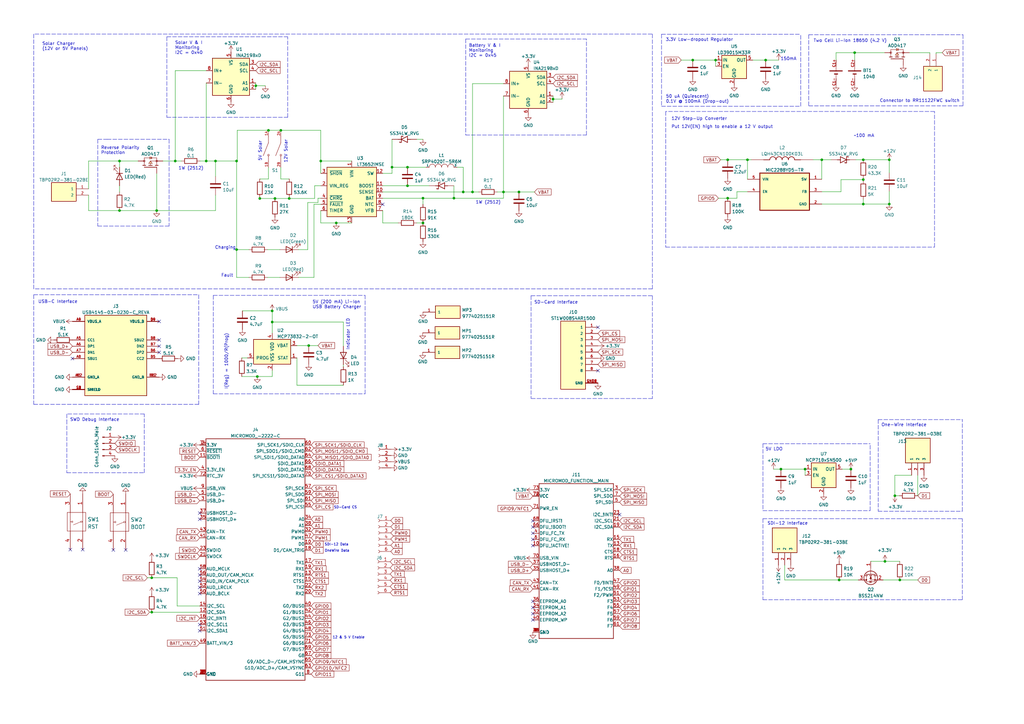
<source format=kicad_sch>
(kicad_sch (version 20211123) (generator eeschema)
  (paper "A3")
  (junction (at 320.294 192.405))
  (junction (at 84.582 66.04))
  (junction (at 362.966 230.251))
  (junction (at 62.23 251.079))
  (junction (at 88.392 66.04))
  (junction (at 173.482 91.44))
  (junction (at 364.744 83.693))
  (junction (at 369.062 237.871))
  (junction (at 49.022 66.04))
  (junction (at 348.996 192.405))
  (junction (at 110.109 53.467))
  (junction (at 104.902 35.179))
  (junction (at 126.619 141.732))
  (junction (at 226.822 40.64))
  (junction (at 186.182 81.28))
  (junction (at 71.882 66.04))
  (junction (at 105.537 154.432))
  (junction (at 160.782 68.58))
  (junction (at 298.45 81.28))
  (junction (at 173.482 81.28))
  (junction (at 284.1244 24.638))
  (junction (at 206.502 78.74))
  (junction (at 354.076 83.693))
  (junction (at 314.0202 24.638))
  (junction (at 212.852 78.74))
  (junction (at 111.633 127.508))
  (junction (at 167.132 76.2))
  (junction (at 354.076 73.66))
  (junction (at 115.189 53.467))
  (junction (at 364.744 65.532))
  (junction (at 62.23 236.982))
  (junction (at 189.992 78.74))
  (junction (at 298.45 65.532))
  (junction (at 112.776 81.407))
  (junction (at 367.03 203.327))
  (junction (at 330.2 192.405))
  (junction (at 111.633 132.08))
  (junction (at 337.058 65.532))
  (junction (at 354.076 65.532))
  (junction (at 306.578 65.532))
  (junction (at 97.028 102.362))
  (junction (at 344.17 237.871))
  (junction (at 350.52 21.59))
  (junction (at 49.022 86.36))
  (junction (at 137.922 91.44))
  (junction (at 293.497 24.638))
  (junction (at 167.132 68.58))
  (junction (at 118.618 81.407))
  (junction (at 106.553 81.407))
  (junction (at 193.802 78.74))
  (junction (at 97.028 66.04))
  (junction (at 131.572 66.04))
  (junction (at 64.262 86.36))
  (no_connect (at 245.237 152.019))
  (no_connect (at 245.237 134.239))
  (no_connect (at 29.718 147.066))
  (no_connect (at 65.278 139.446))
  (no_connect (at 65.278 144.526))
  (no_connect (at 65.278 141.986))
  (no_connect (at 65.278 131.826))
  (no_connect (at 33.909 225.425))
  (no_connect (at 81.915 243.459))
  (no_connect (at 81.915 238.379))
  (no_connect (at 81.915 233.299))
  (no_connect (at 81.915 240.919))
  (no_connect (at 81.915 235.839))
  (no_connect (at 46.482 225.552))
  (no_connect (at 28.829 225.425))
  (no_connect (at 81.915 212.979))
  (no_connect (at 81.915 210.439))
  (no_connect (at 156.972 83.82))
  (no_connect (at 218.567 246.634))
  (no_connect (at 218.567 254.254))
  (no_connect (at 218.567 249.174))
  (no_connect (at 218.567 251.714))
  (no_connect (at 218.567 223.774))
  (no_connect (at 218.567 218.694))
  (no_connect (at 218.567 213.614))
  (no_connect (at 254.127 211.074))
  (no_connect (at 218.567 216.154))
  (no_connect (at 218.567 221.234))
  (no_connect (at 51.562 225.552))
  (no_connect (at 81.915 256.159))
  (no_connect (at 81.915 258.699))
  (wire (pts (xy 131.572 53.467) (xy 131.572 66.04)))
  (wire (pts (xy 36.322 66.04) (xy 49.022 66.04)))
  (wire (pts (xy 66.802 66.04) (xy 71.882 66.04)))
  (wire (pts (xy 342.9 24.638) (xy 342.9 21.59)))
  (polyline (pts (xy 267.589 163.449) (xy 217.805 163.449)))
  (wire (pts (xy 156.972 86.36) (xy 156.972 91.44)))
  (wire (pts (xy 97.028 113.792) (xy 102.108 113.792)))
  (wire (pts (xy 226.822 39.37) (xy 226.822 40.64)))
  (wire (pts (xy 110.109 53.467) (xy 115.189 53.467)))
  (wire (pts (xy 111.633 132.08) (xy 111.633 136.652)))
  (polyline (pts (xy 191.008 55.372) (xy 240.538 55.372)))
  (wire (pts (xy 97.282 53.467) (xy 97.282 66.04)))
  (wire (pts (xy 337.058 65.532) (xy 337.058 73.533)))
  (wire (pts (xy 109.728 102.362) (xy 114.808 102.362)))
  (polyline (pts (xy 59.182 169.799) (xy 27.432 169.799)))
  (polyline (pts (xy 68.453 48.133) (xy 117.983 48.133)))
  (wire (pts (xy 193.802 34.29) (xy 206.502 34.29)))
  (wire (pts (xy 156.972 81.28) (xy 173.482 81.28)))
  (polyline (pts (xy 13.843 165.862) (xy 63.246 165.862)))
  (wire (pts (xy 130.429 81.28) (xy 131.572 81.28)))
  (polyline (pts (xy 394.716 245.999) (xy 394.716 212.725)))
  (polyline (pts (xy 40.132 57.15) (xy 40.132 92.71)))
  (wire (pts (xy 126.619 141.732) (xy 130.429 141.732)))
  (wire (pts (xy 308.737 24.638) (xy 314.0202 24.638)))
  (polyline (pts (xy 331.724 14.224) (xy 331.724 43.434)))
  (polyline (pts (xy 59.182 193.929) (xy 59.182 169.799)))
  (wire (pts (xy 131.572 53.467) (xy 115.189 53.467)))
  (polyline (pts (xy 217.805 121.285) (xy 217.805 163.449)))
  (wire (pts (xy 279.4 24.638) (xy 284.1244 24.638)))
  (wire (pts (xy 111.633 127.508) (xy 111.633 132.08)))
  (polyline (pts (xy 267.462 13.97) (xy 13.843 13.97)))
  (wire (pts (xy 115.189 68.707) (xy 115.189 73.406)))
  (wire (pts (xy 383.921 22.098) (xy 383.921 21.59)))
  (wire (pts (xy 167.132 68.58) (xy 174.752 68.58)))
  (polyline (pts (xy 312.928 181.991) (xy 356.87 181.991)))
  (wire (pts (xy 97.028 102.362) (xy 97.028 113.792)))
  (wire (pts (xy 170.942 91.44) (xy 173.482 91.44)))
  (wire (pts (xy 82.042 66.04) (xy 84.582 66.04)))
  (wire (pts (xy 64.262 71.12) (xy 64.262 86.36)))
  (wire (pts (xy 104.902 35.179) (xy 104.902 36.576)))
  (wire (pts (xy 156.972 91.44) (xy 163.322 91.44)))
  (polyline (pts (xy 331.724 43.434) (xy 385.318 43.434)))
  (polyline (pts (xy 331.724 14.224) (xy 385.318 14.224)))
  (wire (pts (xy 49.022 86.36) (xy 64.262 86.36)))
  (wire (pts (xy 72.644 236.982) (xy 72.644 248.539)))
  (wire (pts (xy 362.204 237.871) (xy 369.062 237.871)))
  (wire (pts (xy 99.187 154.432) (xy 105.537 154.432)))
  (polyline (pts (xy 81.534 120.904) (xy 81.534 165.862)))
  (wire (pts (xy 306.578 65.532) (xy 298.45 65.532)))
  (polyline (pts (xy 312.928 245.999) (xy 394.716 245.999)))
  (polyline (pts (xy 360.172 172.085) (xy 360.172 209.677)))
  (wire (pts (xy 367.03 203.327) (xy 368.808 203.327)))
  (wire (pts (xy 344.17 237.871) (xy 352.044 237.871)))
  (wire (pts (xy 71.882 66.04) (xy 74.422 66.04)))
  (wire (pts (xy 330.2 192.405) (xy 330.2 194.945)))
  (wire (pts (xy 118.618 81.407) (xy 129.032 81.407)))
  (wire (pts (xy 317.246 192.405) (xy 320.294 192.405)))
  (polyline (pts (xy 312.928 212.725) (xy 312.928 245.999)))
  (wire (pts (xy 97.282 53.467) (xy 110.109 53.467)))
  (wire (pts (xy 36.322 80.01) (xy 36.322 86.36)))
  (wire (pts (xy 354.076 73.66) (xy 354.076 74.168)))
  (wire (pts (xy 321.818 231.775) (xy 321.818 237.871)))
  (wire (pts (xy 126.238 83.058) (xy 130.429 83.058)))
  (polyline (pts (xy 394.97 43.434) (xy 385.318 43.434)))
  (wire (pts (xy 71.882 28.956) (xy 71.882 66.04)))
  (polyline (pts (xy 394.716 209.677) (xy 394.716 172.085)))
  (wire (pts (xy 128.778 83.82) (xy 128.778 113.792)))
  (wire (pts (xy 295.529 65.532) (xy 298.45 65.532)))
  (wire (pts (xy 122.428 102.362) (xy 126.238 102.362)))
  (polyline (pts (xy 81.534 165.862) (xy 63.246 165.862)))
  (wire (pts (xy 137.922 91.44) (xy 144.272 91.44)))
  (polyline (pts (xy 63.246 120.904) (xy 81.534 120.904)))
  (wire (pts (xy 230.505 40.64) (xy 230.505 40.386)))
  (wire (pts (xy 156.972 76.2) (xy 167.132 76.2)))
  (wire (pts (xy 226.822 40.64) (xy 226.822 41.91)))
  (wire (pts (xy 186.182 76.2) (xy 186.182 81.28)))
  (wire (pts (xy 344.932 78.613) (xy 344.932 73.66)))
  (polyline (pts (xy 117.983 48.133) (xy 117.983 15.113)))
  (polyline (pts (xy 312.928 181.991) (xy 312.928 209.423)))
  (wire (pts (xy 381.381 21.59) (xy 381.381 22.098)))
  (wire (pts (xy 61.341 251.079) (xy 62.23 251.079)))
  (wire (pts (xy 293.497 24.638) (xy 293.497 27.178)))
  (wire (pts (xy 105.537 154.432) (xy 111.633 154.432)))
  (wire (pts (xy 62.23 236.982) (xy 72.644 236.982)))
  (polyline (pts (xy 13.843 120.904) (xy 63.246 120.904)))
  (wire (pts (xy 71.882 28.956) (xy 84.582 28.956)))
  (polyline (pts (xy 13.843 118.491) (xy 13.843 105.41)))
  (wire (pts (xy 156.972 78.74) (xy 189.992 78.74)))
  (wire (pts (xy 131.572 91.44) (xy 137.922 91.44)))
  (wire (pts (xy 173.482 81.28) (xy 186.182 81.28)))
  (wire (pts (xy 206.502 78.74) (xy 212.852 78.74)))
  (wire (pts (xy 106.553 81.407) (xy 112.776 81.407)))
  (wire (pts (xy 345.44 192.405) (xy 348.996 192.405)))
  (wire (pts (xy 337.058 78.613) (xy 344.932 78.613)))
  (polyline (pts (xy 312.928 212.725) (xy 394.716 212.725)))
  (wire (pts (xy 36.322 77.47) (xy 36.322 66.04)))
  (polyline (pts (xy 191.008 16.002) (xy 191.008 55.372)))
  (polyline (pts (xy 27.432 169.799) (xy 27.432 172.339)))
  (wire (pts (xy 97.028 102.362) (xy 102.108 102.362)))
  (wire (pts (xy 126.238 83.058) (xy 126.238 102.362)))
  (wire (pts (xy 354.076 83.693) (xy 364.744 83.693)))
  (wire (pts (xy 193.802 34.29) (xy 193.802 78.74)))
  (wire (pts (xy 118.618 81.026) (xy 118.618 81.407)))
  (polyline (pts (xy 240.538 55.372) (xy 240.538 16.002)))
  (wire (pts (xy 170.942 57.15) (xy 173.482 57.15)))
  (polyline (pts (xy 267.589 13.97) (xy 267.589 105.537)))
  (wire (pts (xy 97.028 66.04) (xy 97.282 66.04)))
  (wire (pts (xy 121.793 146.812) (xy 121.793 157.988)))
  (wire (pts (xy 88.392 66.04) (xy 88.392 72.39)))
  (polyline (pts (xy 40.132 92.71) (xy 43.942 92.71)))
  (wire (pts (xy 131.572 66.04) (xy 131.572 71.12)))
  (wire (pts (xy 140.843 149.606) (xy 140.843 150.368)))
  (wire (pts (xy 122.428 113.792) (xy 128.778 113.792)))
  (wire (pts (xy 344.932 73.66) (xy 354.076 73.66)))
  (wire (pts (xy 364.744 78.486) (xy 364.744 83.693)))
  (wire (pts (xy 84.582 34.036) (xy 84.582 66.04)))
  (polyline (pts (xy 271.3228 14.0716) (xy 328.422 14.0716)))
  (wire (pts (xy 376.428 194.945) (xy 376.428 203.327)))
  (wire (pts (xy 314.0202 24.638) (xy 319.3796 24.638)))
  (wire (pts (xy 129.032 76.2) (xy 131.572 76.2)))
  (wire (pts (xy 350.52 21.59) (xy 362.839 21.59)))
  (wire (pts (xy 203.962 78.74) (xy 206.502 78.74)))
  (polyline (pts (xy 267.589 118.491) (xy 13.843 118.491)))
  (wire (pts (xy 99.441 127.508) (xy 111.633 127.508)))
  (wire (pts (xy 88.392 86.36) (xy 88.392 80.01)))
  (wire (pts (xy 333.502 65.532) (xy 337.058 65.532)))
  (wire (pts (xy 337.058 83.693) (xy 354.076 83.693)))
  (polyline (pts (xy 13.843 120.904) (xy 13.843 165.862)))
  (polyline (pts (xy 40.132 57.15) (xy 43.942 57.15)))
  (polyline (pts (xy 69.342 92.71) (xy 43.942 92.71)))
  (polyline (pts (xy 27.432 193.929) (xy 59.182 193.929)))
  (wire (pts (xy 64.262 86.36) (xy 88.392 86.36)))
  (polyline (pts (xy 149.733 161.544) (xy 149.733 121.158)))
  (wire (pts (xy 306.578 65.532) (xy 308.102 65.532)))
  (wire (pts (xy 294.64 81.28) (xy 298.45 81.28)))
  (wire (pts (xy 206.502 39.37) (xy 206.502 78.74)))
  (wire (pts (xy 189.992 78.74) (xy 193.802 78.74)))
  (wire (pts (xy 121.793 141.732) (xy 126.619 141.732)))
  (wire (pts (xy 131.572 86.36) (xy 131.572 91.44)))
  (wire (pts (xy 306.578 73.533) (xy 306.578 65.532)))
  (wire (pts (xy 354.076 81.788) (xy 354.076 83.693)))
  (wire (pts (xy 60.452 236.982) (xy 62.23 236.982)))
  (wire (pts (xy 298.45 81.28) (xy 302.26 81.28)))
  (wire (pts (xy 156.972 71.12) (xy 160.782 71.12)))
  (polyline (pts (xy 87.503 121.158) (xy 149.733 121.158)))
  (polyline (pts (xy 267.589 105.41) (xy 267.589 118.491)))
  (polyline (pts (xy 68.453 15.113) (xy 68.453 48.133)))
  (polyline (pts (xy 385.318 14.224) (xy 394.97 14.224)))
  (wire (pts (xy 104.902 34.036) (xy 104.902 35.179)))
  (polyline (pts (xy 191.008 16.002) (xy 240.538 16.002)))
  (polyline (pts (xy 217.805 121.285) (xy 267.589 121.285)))
  (wire (pts (xy 121.793 157.988) (xy 140.843 157.988)))
  (wire (pts (xy 372.999 21.59) (xy 381.381 21.59)))
  (wire (pts (xy 62.23 251.079) (xy 81.915 251.079)))
  (wire (pts (xy 99.187 146.812) (xy 101.473 146.812)))
  (wire (pts (xy 72.644 248.539) (xy 81.915 248.539)))
  (wire (pts (xy 97.028 66.04) (xy 97.028 102.362)))
  (wire (pts (xy 226.822 40.64) (xy 230.505 40.64)))
  (wire (pts (xy 49.022 66.04) (xy 56.642 66.04)))
  (wire (pts (xy 187.452 68.58) (xy 189.992 68.58)))
  (wire (pts (xy 129.032 81.407) (xy 129.032 76.2)))
  (polyline (pts (xy 328.422 43.5864) (xy 328.422 14.0716)))
  (wire (pts (xy 109.728 113.792) (xy 114.808 113.792)))
  (polyline (pts (xy 394.97 14.224) (xy 394.97 43.434)))
  (polyline (pts (xy 27.432 172.339) (xy 27.432 193.929)))
  (polyline (pts (xy 69.342 57.15) (xy 69.342 92.71)))
  (wire (pts (xy 364.744 65.532) (xy 364.744 70.866)))
  (wire (pts (xy 354.076 73.66) (xy 354.076 73.152)))
  (wire (pts (xy 350.52 21.59) (xy 350.52 24.638)))
  (wire (pts (xy 36.322 86.36) (xy 49.022 86.36)))
  (polyline (pts (xy 312.928 209.423) (xy 356.87 209.423)))
  (polyline (pts (xy 360.172 172.085) (xy 394.716 172.085)))
  (wire (pts (xy 84.582 66.04) (xy 88.392 66.04)))
  (polyline (pts (xy 383.286 45.72) (xy 273.05 45.72)))
  (polyline (pts (xy 383.286 101.346) (xy 383.286 45.72)))
  (wire (pts (xy 189.992 68.58) (xy 189.992 78.74)))
  (polyline (pts (xy 271.3228 43.5864) (xy 328.422 43.5864)))
  (polyline (pts (xy 13.843 13.97) (xy 13.843 105.537)))
  (wire (pts (xy 111.633 132.08) (xy 140.843 132.08)))
  (wire (pts (xy 167.132 76.2) (xy 176.022 76.2)))
  (polyline (pts (xy 87.503 121.158) (xy 87.503 161.544)))
  (polyline (pts (xy 360.172 209.677) (xy 394.716 209.677)))
  (wire (pts (xy 367.03 194.945) (xy 373.888 194.945)))
  (wire (pts (xy 128.778 83.82) (xy 131.572 83.82)))
  (wire (pts (xy 49.022 66.04) (xy 49.022 68.58)))
  (wire (pts (xy 160.782 71.12) (xy 160.782 68.58)))
  (polyline (pts (xy 43.942 57.15) (xy 69.342 57.15)))
  (wire (pts (xy 383.921 21.59) (xy 386.461 21.59)))
  (wire (pts (xy 342.9 21.59) (xy 350.52 21.59)))
  (wire (pts (xy 321.818 237.871) (xy 344.17 237.871)))
  (polyline (pts (xy 271.3228 14.0462) (xy 271.3228 43.5864)))
  (polyline (pts (xy 273.05 45.72) (xy 273.05 101.346)))
  (wire (pts (xy 88.392 66.04) (xy 97.028 66.04)))
  (polyline (pts (xy 273.05 101.346) (xy 383.286 101.346)))
  (wire (pts (xy 357.124 230.251) (xy 362.966 230.251)))
  (wire (pts (xy 115.189 73.406) (xy 118.618 73.406)))
  (wire (pts (xy 362.966 230.251) (xy 369.062 230.251)))
  (wire (pts (xy 160.782 57.15) (xy 160.782 68.58)))
  (wire (pts (xy 186.182 81.28) (xy 206.502 81.28)))
  (wire (pts (xy 131.572 66.04) (xy 144.272 66.04)))
  (wire (pts (xy 140.843 141.986) (xy 140.843 132.08)))
  (wire (pts (xy 284.1244 24.638) (xy 293.497 24.638)))
  (wire (pts (xy 106.553 73.406) (xy 110.109 73.406)))
  (wire (pts (xy 130.429 83.058) (xy 130.429 81.28)))
  (wire (pts (xy 369.062 237.871) (xy 376.428 237.871)))
  (wire (pts (xy 212.852 78.74) (xy 219.202 78.74)))
  (wire (pts (xy 173.482 81.28) (xy 173.482 83.82)))
  (wire (pts (xy 104.902 35.179) (xy 108.839 35.179)))
  (polyline (pts (xy 267.589 121.285) (xy 267.589 163.449)))
  (wire (pts (xy 206.502 81.28) (xy 206.502 78.74)))
  (wire (pts (xy 337.058 65.532) (xy 340.868 65.532)))
  (wire (pts (xy 302.26 81.28) (xy 302.26 78.613)))
  (wire (pts (xy 193.802 78.74) (xy 196.342 78.74)))
  (wire (pts (xy 110.109 73.406) (xy 110.109 68.707)))
  (wire (pts (xy 320.294 192.405) (xy 330.2 192.405)))
  (wire (pts (xy 112.776 81.407) (xy 118.618 81.407)))
  (wire (pts (xy 302.26 78.613) (xy 306.578 78.613)))
  (wire (pts (xy 111.633 154.432) (xy 111.633 151.892)))
  (wire (pts (xy 49.022 76.2) (xy 49.022 78.74)))
  (polyline (pts (xy 87.503 161.544) (xy 149.733 161.544)))
  (wire (pts (xy 354.076 65.532) (xy 364.744 65.532)))
  (wire (pts (xy 160.782 68.58) (xy 167.132 68.58)))
  (wire (pts (xy 367.03 203.327) (xy 367.03 194.945)))
  (wire (pts (xy 106.553 81.407) (xy 106.553 81.661)))
  (wire (pts (xy 106.553 81.026) (xy 106.553 81.407)))
  (polyline (pts (xy 68.453 15.113) (xy 117.983 15.113)))
  (wire (pts (xy 351.028 65.532) (xy 354.076 65.532)))
  (polyline (pts (xy 356.87 209.423) (xy 356.87 181.991)))
  (text "12V Step-Up Converter" (at 275.336 49.53 0) (effects (font (size 1.27 1.27)) (justify left bottom)))
  (text "SWD Debug Interface" (at 28.702 172.974 0) (effects (font (size 1.27 1.27)) (justify left bottom)))
  (text "Fault" (at 90.678 113.792 0) (effects (font (size 1.27 1.27)) (justify left bottom)))
  (text "OneWire Data" (at 133.096 226.568 0) (effects (font (size 1 1)) (justify left bottom)))
  (text "1W (2512)" (at 73.152 69.85 0) (effects (font (size 1.27 1.27)) (justify left bottom)))
  (text "Put 12V(EN) high to enable a 12 V output" (at 275.336 52.832 0) (effects (font (size 1.27 1.27)) (justify left bottom)))
  (text "12V Solar" (at 117.983 66.929 90) (effects (font (size 1.27 1.27)) (justify left bottom)))
  (text "50 uA (Quiescent)\n0.1V @ 100mA (Drop-out)" (at 273.0754 42.4688 0) (effects (font (size 1.27 1.27)) (justify left bottom)))
  (text "Solar Charger\n(12V or 5V Panels)" (at 17.272 20.828 0) (effects (font (size 1.27 1.27)) (justify left bottom)))
  (text "Indicator LED" (at 143.51 143.637 90) (effects (font (size 1.27 1.27)) (justify left bottom)))
  (text "Battery V & I\nMonitoring\nI2C = 0x45" (at 192.278 23.622 0) (effects (font (size 1.27 1.27)) (justify left bottom)))
  (text "Solar V & I\nMonitoring\nI2C = 0x40" (at 71.755 22.479 0) (effects (font (size 1.27 1.27)) (justify left bottom)))
  (text "SDI-12 Data" (at 133.096 224.028 0) (effects (font (size 1 1)) (justify left bottom)))
  (text "Connector to RR11122FWC switch" (at 360.807 42.164 0) (effects (font (size 1.27 1.27)) (justify left bottom)))
  (text "5V Solar" (at 107.442 66.167 90) (effects (font (size 1.27 1.27)) (justify left bottom)))
  (text "5V LDO" (at 313.944 185.039 0) (effects (font (size 1.27 1.27)) (justify left bottom)))
  (text "5V (200 mA) Li-Ion \nUSB Battery Charger" (at 128.143 126.746 0) (effects (font (size 1.27 1.27)) (justify left bottom)))
  (text "SD-Card Interface" (at 219.075 124.841 0) (effects (font (size 1.27 1.27)) (justify left bottom)))
  (text "I(Reg) = 1000/R(Prog)" (at 93.599 159.766 90) (effects (font (size 1.27 1.27)) (justify left bottom)))
  (text "1W (2512)" (at 195.072 83.82 0) (effects (font (size 1.27 1.27)) (justify left bottom)))
  (text "~100 mA" (at 350.139 56.515 0) (effects (font (size 1.27 1.27)) (justify left bottom)))
  (text "SDI-12 Interface" (at 314.706 215.519 0) (effects (font (size 1.27 1.27)) (justify left bottom)))
  (text "150mA" (at 320.1162 24.9936 0) (effects (font (size 1.27 1.27)) (justify left bottom)))
  (text "Charging" (at 88.138 102.362 0) (effects (font (size 1.27 1.27)) (justify left bottom)))
  (text "12 & 5 V Enable" (at 136.398 262.128 0) (effects (font (size 1 1)) (justify left bottom)))
  (text "SD-Card CS" (at 136.906 208.788 0) (effects (font (size 1 1)) (justify left bottom)))
  (text "USB-C Interface" (at 15.621 124.587 0) (effects (font (size 1.27 1.27)) (justify left bottom)))
  (text "Reverse Polarity\nProtection" (at 41.402 63.5 0) (effects (font (size 1.27 1.27)) (justify left bottom)))
  (text "Two Cell Li-Ion 18650 (4.2 V)" (at 333.629 17.526 0) (effects (font (size 1.27 1.27)) (justify left bottom)))
  (text "One-Wire Interface" (at 361.442 175.133 0) (effects (font (size 1.27 1.27)) (justify left bottom)))
  (text "3.3V Low-dropout Regulator" (at 272.9738 17.0942 0) (effects (font (size 1.27 1.27)) (justify left bottom)))
  (global_label "GPIO2" (shape input) (at 127.635 253.619 0) (property "Intersheet References" "${INTERSHEET_REFS}" (effects hide)))
  (global_label "PWM1" (shape input) (at 127.635 220.599 0) (property "Intersheet References" "${INTERSHEET_REFS}" (effects hide)))
  (global_label "RX1" (shape input) (at 254.127 223.774 0) (property "Intersheet References" "${INTERSHEET_REFS}" (effects hide)))
  (global_label "VBAT" (shape input) (at 279.4 24.638 180) (property "Intersheet References" "${INTERSHEET_REFS}" (effects hide)))
  (global_label "SWDIO" (shape input) (at 81.915 225.679 180) (property "Intersheet References" "${INTERSHEET_REFS}" (effects hide)))
  (global_label "GPIO5" (shape input) (at 294.64 81.28 180) (property "Intersheet References" "${INTERSHEET_REFS}" (effects hide)))
  (global_label "PWM0" (shape input) (at 127.635 218.059 0) (property "Intersheet References" "${INTERSHEET_REFS}" (effects hide)))
  (global_label "RESET" (shape input) (at 28.829 202.565 180) (property "Intersheet References" "${INTERSHEET_REFS}" (effects hide)))
  (global_label "CAN_TX" (shape input) (at 81.915 218.059 180) (property "Intersheet References" "${INTERSHEET_REFS}" (effects hide)))
  (global_label "GPIO6" (shape input) (at 127.635 263.779 0) (property "Intersheet References" "${INTERSHEET_REFS}" (effects hide)))
  (global_label "GPIO4" (shape input) (at 127.635 258.699 0) (property "Intersheet References" "${INTERSHEET_REFS}" (effects hide)))
  (global_label "A0" (shape input) (at 254.127 233.934 0) (property "Intersheet References" "${INTERSHEET_REFS}" (effects hide)))
  (global_label "VBAT" (shape input) (at 130.429 141.732 0) (property "Intersheet References" "${INTERSHEET_REFS}" (effects hide)))
  (global_label "GPIO7" (shape input) (at 254.127 254.254 0) (property "Intersheet References" "${INTERSHEET_REFS}" (effects hide)))
  (global_label "SPI_MISO1{slash}SDIO_DATA0" (shape input) (at 127.635 187.579 0) (property "Intersheet References" "${INTERSHEET_REFS}" (effects hide)))
  (global_label "D1" (shape input) (at 376.428 203.327 0) (property "Intersheet References" "${INTERSHEET_REFS}" (effects hide)))
  (global_label "GPIO11" (shape input) (at 127.635 276.479 0) (property "Intersheet References" "${INTERSHEET_REFS}" (effects hide)))
  (global_label "SPI_MISO" (shape input) (at 254.127 205.994 0) (property "Intersheet References" "${INTERSHEET_REFS}" (effects hide)))
  (global_label "I2C_SDA" (shape input) (at 61.341 251.079 180) (property "Intersheet References" "${INTERSHEET_REFS}" (effects hide)))
  (global_label "GPIO9{slash}NFC1" (shape input) (at 218.567 208.534 180) (property "Intersheet References" "${INTERSHEET_REFS}" (effects hide)))
  (global_label "CTS1" (shape input) (at 254.127 226.314 0) (property "Intersheet References" "${INTERSHEET_REFS}" (effects hide)))
  (global_label "USB_D-" (shape input) (at 81.915 202.819 180) (property "Intersheet References" "${INTERSHEET_REFS}" (effects hide)))
  (global_label "A0" (shape input) (at 160.274 226.187 0) (property "Intersheet References" "${INTERSHEET_REFS}" (effects hide)))
  (global_label "GPIO1" (shape input) (at 127.635 251.079 0) (property "Intersheet References" "${INTERSHEET_REFS}" (effects hide)))
  (global_label "I2C_SCL" (shape input) (at 60.452 236.982 180) (property "Intersheet References" "${INTERSHEET_REFS}" (effects hide)))
  (global_label "CAN_RX" (shape input) (at 81.915 220.599 180) (property "Intersheet References" "${INTERSHEET_REFS}" (effects hide)))
  (global_label "SPI_MOSI" (shape input) (at 254.127 203.454 0) (property "Intersheet References" "${INTERSHEET_REFS}" (effects hide)))
  (global_label "SDIO_DATA1" (shape input) (at 127.635 190.119 0) (property "Intersheet References" "${INTERSHEET_REFS}" (effects hide)))
  (global_label "3.3V_EN" (shape input) (at 81.915 192.659 180) (property "Intersheet References" "${INTERSHEET_REFS}" (effects hide)))
  (global_label "SPI_SCK" (shape input) (at 127.635 200.279 0) (property "Intersheet References" "${INTERSHEET_REFS}" (effects hide)))
  (global_label "GPIO3" (shape input) (at 254.127 246.634 0) (property "Intersheet References" "${INTERSHEET_REFS}" (effects hide)))
  (global_label "PWM0" (shape input) (at 160.274 218.567 0) (property "Intersheet References" "${INTERSHEET_REFS}" (effects hide)))
  (global_label "I2C_SCL" (shape input) (at 254.127 213.614 0) (property "Intersheet References" "${INTERSHEET_REFS}" (effects hide)))
  (global_label "VBAT" (shape input) (at 295.529 65.532 180) (property "Intersheet References" "${INTERSHEET_REFS}" (effects hide)))
  (global_label "RESET" (shape input) (at 81.915 185.039 180) (property "Intersheet References" "${INTERSHEET_REFS}" (effects hide)))
  (global_label "SDIO_DATA2" (shape input) (at 127.635 192.659 0) (property "Intersheet References" "${INTERSHEET_REFS}" (effects hide)))
  (global_label "RTS1" (shape input) (at 160.02 243.078 0) (property "Intersheet References" "${INTERSHEET_REFS}" (effects hide)))
  (global_label "I2C_INT" (shape input) (at 81.915 253.619 180) (property "Intersheet References" "${INTERSHEET_REFS}" (effects hide)))
  (global_label "I2C_SDA" (shape input) (at 226.822 31.75 0) (property "Intersheet References" "${INTERSHEET_REFS}" (effects hide)))
  (global_label "CTS1" (shape input) (at 160.02 240.538 0) (property "Intersheet References" "${INTERSHEET_REFS}" (effects hide)))
  (global_label "RX2" (shape input) (at 127.635 240.919 0) (property "Intersheet References" "${INTERSHEET_REFS}" (effects hide)))
  (global_label "D0" (shape input) (at 376.428 237.871 0) (property "Intersheet References" "${INTERSHEET_REFS}" (effects hide)))
  (global_label "CTS1" (shape input) (at 127.635 238.379 0) (property "Intersheet References" "${INTERSHEET_REFS}" (effects hide)))
  (global_label "SPI_MOSI" (shape input) (at 127.635 202.819 0) (property "Intersheet References" "${INTERSHEET_REFS}" (effects hide)))
  (global_label "TX1" (shape input) (at 127.635 230.759 0) (property "Intersheet References" "${INTERSHEET_REFS}" (effects hide)))
  (global_label "TX1" (shape input) (at 160.02 235.458 0) (property "Intersheet References" "${INTERSHEET_REFS}" (effects hide)))
  (global_label "BATT_VIN{slash}3" (shape input) (at 81.915 263.779 180) (property "Intersheet References" "${INTERSHEET_REFS}" (effects hide)))
  (global_label "GPIO1" (shape input) (at 254.127 241.554 0) (property "Intersheet References" "${INTERSHEET_REFS}" (effects hide)))
  (global_label "VBAT" (shape input) (at 219.202 78.74 0) (property "Intersheet References" "${INTERSHEET_REFS}" (effects hide)))
  (global_label "SWDCLK" (shape input) (at 47.117 184.404 0) (property "Intersheet References" "${INTERSHEET_REFS}" (effects hide)))
  (global_label "USB_D-" (shape input) (at 218.567 231.394 180) (property "Intersheet References" "${INTERSHEET_REFS}" (effects hide)))
  (global_label "D0" (shape input) (at 160.274 213.487 0) (property "Intersheet References" "${INTERSHEET_REFS}" (effects hide)))
  (global_label "I2C_SCL" (shape input) (at 104.902 28.956 0) (property "Intersheet References" "${INTERSHEET_REFS}" (effects hide)))
  (global_label "GPIO0" (shape input) (at 254.127 239.014 0) (property "Intersheet References" "${INTERSHEET_REFS}" (effects hide)))
  (global_label "CAN_TX" (shape input) (at 218.567 239.014 180) (property "Intersheet References" "${INTERSHEET_REFS}" (effects hide)))
  (global_label "SPI_CS" (shape input) (at 127.635 207.899 0) (property "Intersheet References" "${INTERSHEET_REFS}" (effects hide)))
  (global_label "SPI_MOSI1{slash}SDIO_CMD" (shape input) (at 127.635 185.039 0) (property "Intersheet References" "${INTERSHEET_REFS}" (effects hide)))
  (global_label "USB_D+" (shape input) (at 218.567 233.934 180) (property "Intersheet References" "${INTERSHEET_REFS}" (effects hide)))
  (global_label "A1" (shape input) (at 160.274 223.647 0) (property "Intersheet References" "${INTERSHEET_REFS}" (effects hide)))
  (global_label "SPI_MISO" (shape input) (at 245.237 149.479 0) (property "Intersheet References" "${INTERSHEET_REFS}" (effects hide)))
  (global_label "RTS1" (shape input) (at 127.635 235.839 0) (property "Intersheet References" "${INTERSHEET_REFS}" (effects hide)))
  (global_label "BOOT" (shape input) (at 81.915 187.579 180) (property "Intersheet References" "${INTERSHEET_REFS}" (effects hide)))
  (global_label "USB_D-" (shape input) (at 29.718 144.526 180) (property "Intersheet References" "${INTERSHEET_REFS}" (effects hide)))
  (global_label "GPIO4" (shape input) (at 254.127 249.174 0) (property "Intersheet References" "${INTERSHEET_REFS}" (effects hide)))
  (global_label "GPIO10{slash}NFC2" (shape input) (at 127.635 273.939 0) (property "Intersheet References" "${INTERSHEET_REFS}" (effects hide)))
  (global_label "GPIO3" (shape input) (at 127.635 256.159 0) (property "Intersheet References" "${INTERSHEET_REFS}" (effects hide)))
  (global_label "SWDIO" (shape input) (at 47.117 181.864 0) (property "Intersheet References" "${INTERSHEET_REFS}" (effects hide)))
  (global_label "SPI_MOSI" (shape input) (at 245.237 139.319 0) (property "Intersheet References" "${INTERSHEET_REFS}" (effects hide)))
  (global_label "I2C_SCL" (shape input) (at 160.02 230.378 0) (property "Intersheet References" "${INTERSHEET_REFS}" (effects hide)))
  (global_label "SPI_CS" (shape input) (at 245.237 136.779 0) (property "Intersheet References" "${INTERSHEET_REFS}" (effects hide)))
  (global_label "BOOT" (shape input) (at 46.482 202.692 180) (property "Intersheet References" "${INTERSHEET_REFS}" (effects hide)))
  (global_label "SPI_SCK" (shape input) (at 245.237 144.399 0) (property "Intersheet References" "${INTERSHEET_REFS}" (effects hide)))
  (global_label "GPIO5" (shape input) (at 127.635 261.239 0) (property "Intersheet References" "${INTERSHEET_REFS}" (effects hide)))
  (global_label "GPIO8" (shape input) (at 127.635 268.859 0) (property "Intersheet References" "${INTERSHEET_REFS}" (effects hide)))
  (global_label "GPIO6" (shape input) (at 254.127 251.714 0) (property "Intersheet References" "${INTERSHEET_REFS}" (effects hide)))
  (global_label "GPIO2" (shape input) (at 254.127 244.094 0) (property "Intersheet References" "${INTERSHEET_REFS}" (effects hide)))
  (global_label "SWDCLK" (shape input) (at 81.915 228.219 180) (property "Intersheet References" "${INTERSHEET_REFS}" (effects hide)))
  (global_label "TX1" (shape input) (at 254.127 221.234 0) (property "Intersheet References" "${INTERSHEET_REFS}" (effects hide)))
  (global_label "I2C_SDA" (shape input) (at 104.902 26.416 0) (property "Intersheet References" "${INTERSHEET_REFS}" (effects hide)))
  (global_label "I2C_SDA" (shape input) (at 254.127 216.154 0) (property "Intersheet References" "${INTERSHEET_REFS}" (effects hide)))
  (global_label "GPIO7" (shape input) (at 127.635 266.319 0) (property "Intersheet References" "${INTERSHEET_REFS}" (effects hide)))
  (global_label "SPI_SCK1{slash}SDIO_CLK" (shape input) (at 127.635 182.499 0) (property "Intersheet References" "${INTERSHEET_REFS}" (effects hide)))
  (global_label "A0" (shape input) (at 127.635 212.979 0) (property "Intersheet References" "${INTERSHEET_REFS}" (effects hide)))
  (global_label "USB_D+" (shape input) (at 29.718 141.986 180) (property "Intersheet References" "${INTERSHEET_REFS}" (effects hide)))
  (global_label "RX1" (shape input) (at 160.02 237.998 0) (property "Intersheet References" "${INTERSHEET_REFS}" (effects hide)))
  (global_label "SPI_SCK" (shape input) (at 254.127 200.914 0) (property "Intersheet References" "${INTERSHEET_REFS}" (effects hide)))
  (global_label "I2C_SDA" (shape input) (at 160.02 232.918 0) (property "Intersheet References" "${INTERSHEET_REFS}" (effects hide)))
  (global_label "SPI_MISO" (shape input) (at 127.635 205.359 0) (property "Intersheet References" "${INTERSHEET_REFS}" (effects hide)))
  (global_label "A1" (shape input) (at 127.635 215.519 0) (property "Intersheet References" "${INTERSHEET_REFS}" (effects hide)))
  (global_label "VBAT" (shape input) (at 218.567 203.454 180) (property "Intersheet References" "${INTERSHEET_REFS}" (effects hide)))
  (global_label "GPIO9{slash}NFC1" (shape input) (at 127.635 271.399 0) (property "Intersheet References" "${INTERSHEET_REFS}" (effects hide)))
  (global_label "CAN_RX" (shape input) (at 218.567 241.554 180) (property "Intersheet References" "${INTERSHEET_REFS}" (effects hide)))
  (global_label "GPIO8" (shape input) (at 254.127 256.794 0) (property "Intersheet References" "${INTERSHEET_REFS}" (effects hide)))
  (global_label "PWM1" (shape input) (at 160.274 221.107 0) (property "Intersheet References" "${INTERSHEET_REFS}" (effects hide)))
  (global_label "D1" (shape input) (at 160.274 216.027 0) (property "Intersheet References" "${INTERSHEET_REFS}" (effects hide)))
  (global_label "GPIO0" (shape input) (at 127.635 248.539 0) (property "Intersheet References" "${INTERSHEET_REFS}" (effects hide)))
  (global_label "D1" (shape input) (at 127.635 225.679 0) (property "Intersheet References" "${INTERSHEET_REFS}" (effects hide)))
  (global_label "VBAT" (shape input) (at 386.461 21.59 0) (property "Intersheet References" "${INTERSHEET_REFS}" (effects hide)))
  (global_label "RTS1" (shape input) (at 254.127 228.854 0) (property "Intersheet References" "${INTERSHEET_REFS}" (effects hide)))
  (global_label "SPI_CS1{slash}SDIO_DATA3" (shape input) (at 127.635 195.199 0) (property "Intersheet References" "${INTERSHEET_REFS}" (effects hide)))
  (global_label "RX1" (shape input) (at 127.635 233.299 0) (property "Intersheet References" "${INTERSHEET_REFS}" (effects hide)))
  (global_label "USB_D+" (shape input) (at 81.915 205.359 180) (property "Intersheet References" "${INTERSHEET_REFS}" (effects hide)))
  (global_label "D0" (shape input) (at 127.635 223.139 0) (property "Intersheet References" "${INTERSHEET_REFS}" (effects hide)))
  (global_label "I2C_SCL" (shape input) (at 226.822 34.29 0) (property "Intersheet References" "${INTERSHEET_REFS}" (effects hide)))
  (global_label "TX2" (shape input) (at 127.635 243.459 0) (property "Intersheet References" "${INTERSHEET_REFS}" (effects hide)))
  (symbol (lib_id "Device:C") (at 126.619 145.542 0) (unit 1)
    (property "Reference" "C3" (at 129.54 144.7073 0) (effects (justify left)))
    (property "Value" "4.7uF" (at 129.54 147.2442 0) (effects (justify left)))
    (property "Footprint" "Capacitor_SMD:C_0805_2012Metric" (effects hide))
  )
  (symbol (lib_id "power:GND") (at 284.1244 32.258 0) (unit 1)
    (property "Reference" "#PWR045" (effects hide))
    (property "Value" "GND" (at 284.1244 36.7014 0))
  )
  (symbol (lib_id "Device:R") (at 49.022 82.55 0) (unit 1)
    (property "Reference" "R2" (at 50.8 81.7153 0) (effects (justify left)))
    (property "Value" "4.7K" (at 50.8 84.2522 0) (effects (justify left)))
    (property "Footprint" "Resistor_SMD:R_0805_2012Metric" (effects hide))
  )
  (symbol (lib_id "DS04-254-2-02BK-SMT:DS04-254-2-02BK-SMT") (at 112.649 61.087 90) (mirror x) (unit 1)
    (property "Reference" "S1" (at 111.506 69.85 90) (effects (justify right)))
    (property "Value" "DS04-254-2-02BK-SMT" (effects hide))
    (property "Footprint" "DS04-254-2-02BK-SMT:SW_DS04-254-2-02BK-SMT" (effects hide))
    (property "MAXIMUM_PACKAGE_HEIGHT" "4.86 mm" (effects hide))
    (property "STANDARD" "Manufacturer Recommendations" (effects hide))
    (property "PARTREV" "V0.0" (effects hide))
    (property "MANUFACTURER" "CUI Inc." (effects hide))
  )
  (symbol (lib_id "power:VBUS") (at 218.567 228.854 90) (unit 1)
    (property "Reference" "#PWR039" (effects hide))
    (property "Value" "VBUS" (at 210.693 228.854 90) (effects (justify right)))
  )
  (symbol (lib_id "Device:R") (at 69.088 147.066 270) (unit 1)
    (property "Reference" "R5" (at 69.088 142.3502 90))
    (property "Value" "5.1K" (at 69.088 144.8871 90))
    (property "Footprint" "Resistor_SMD:R_0805_2012Metric" (effects hide))
  )
  (symbol (lib_id "pspice:INDUCTOR") (at 181.102 68.58 0) (unit 1)
    (property "Reference" "L1" (at 181.102 63.7372 0))
    (property "Value" "SRP4020T-5R6M" (at 181.102 66.2741 0))
    (property "Footprint" "SRP4020TA-5R6M:IND_SRP4020TA-5R6M" (effects hide))
  )
  (symbol (lib_id "power:VBUS") (at 81.915 200.279 90) (unit 1)
    (property "Reference" "#PWR015" (effects hide))
    (property "Value" "VBUS" (at 74.041 200.279 90) (effects (justify right)))
  )
  (symbol (lib_id "Device:R") (at 62.23 247.269 0) (unit 1)
    (property "Reference" "R4" (at 64.008 246.4343 0) (effects (justify left)))
    (property "Value" "4.7K" (at 64.008 248.9712 0) (effects (justify left)))
    (property "Footprint" "Resistor_SMD:R_0805_2012Metric" (effects hide))
  )
  (symbol (lib_id "power:GND") (at 350.52 34.798 0) (unit 1)
    (property "Reference" "#PWR060" (effects hide))
    (property "Value" "GND" (at 350.52 39.2414 0))
  )
  (symbol (lib_id "Device:R") (at 372.618 203.327 270) (unit 1)
    (property "Reference" "R23" (at 372.618 198.6112 90))
    (property "Value" "4.7K" (at 372.618 201.1481 90))
    (property "Footprint" "Resistor_SMD:R_0805_2012Metric" (effects hide))
  )
  (symbol (lib_id "power:GND") (at 112.776 89.027 0) (unit 1)
    (property "Reference" "#PWR023" (effects hide))
    (property "Value" "GND" (at 112.776 93.4704 0))
  )
  (symbol (lib_id "power:GND") (at 218.567 259.334 0) (unit 1)
    (property "Reference" "#PWR040" (effects hide))
    (property "Value" "GND" (at 216.535 263.017 0) (effects (justify left)))
  )
  (symbol (lib_id "Micromod:MICROMOD_FUNCTION__MAIN") (at 236.347 226.314 0) (unit 1)
    (property "Reference" "J11" (at 236.347 194.6742 0))
    (property "Value" "MICROMOD_FUNCTION__MAIN" (at 236.347 197.2111 0))
    (property "Footprint" "Micromod:M.2-CONNECTOR-E-FUNCTION-STANDARD" (effects hide))
    (property "PROD_ID" "CONN-14877" (effects hide))
  )
  (symbol (lib_id "power:+3.3V") (at 319.3796 24.638 0) (unit 1)
    (property "Reference" "#PWR052" (effects hide))
    (property "Value" "+3.3V" (at 319.3796 21.0622 0))
  )
  (symbol (lib_id "power:GND") (at 160.401 186.817 90) (unit 1)
    (property "Reference" "#PWR027" (effects hide))
    (property "Value" "GND" (at 167.259 186.817 90) (effects (justify left)))
  )
  (symbol (lib_id "power:GND") (at 173.482 99.06 0) (unit 1)
    (property "Reference" "#PWR033" (effects hide))
    (property "Value" "GND" (at 173.482 103.5034 0))
  )
  (symbol (lib_id "power:GND") (at 245.237 146.939 90) (unit 1)
    (property "Reference" "#PWR043" (effects hide))
    (property "Value" "GND" (at 248.285 146.939 90) (effects (justify right)))
  )
  (symbol (lib_id "power:GND") (at 320.294 200.025 0) (unit 1)
    (property "Reference" "#PWR053" (effects hide))
    (property "Value" "GND" (at 320.294 204.4684 0))
  )
  (symbol (lib_id "Device:C") (at 284.1244 28.448 0) (unit 1)
    (property "Reference" "C6" (at 287.0454 27.6133 0) (effects (justify left)))
    (property "Value" "1uF" (at 287.0454 30.1502 0) (effects (justify left)))
    (property "Footprint" "Capacitor_SMD:C_0805_2012Metric" (effects hide))
  )
  (symbol (lib_id "Device:LED") (at 49.022 72.39 270) (unit 1)
    (property "Reference" "D1" (at 51.054 69.9678 90) (effects (justify left)))
    (property "Value" "LED(Red)" (at 51.054 72.5047 90) (effects (justify left)))
    (property "Footprint" "LED_SMD:LED_0805_2012Metric" (effects hide))
  )
  (symbol (lib_id "ST1W008S4AR1500:ST1W008S4AR1500") (at 235.077 144.399 0) (mirror y) (unit 1)
    (property "Reference" "J10" (at 235.077 127.9992 0))
    (property "Value" "ST1W008S4AR1500" (at 235.077 130.5361 0))
    (property "Footprint" "ST1W008S4AR1500:JAE_ST1W008S4AR1500" (effects hide))
    (property "MANUFACTURER" "JAE Electronics" (effects hide))
    (property "MAXIMUM_PACKAGE_HEIGHT" "2.0 mm" (effects hide))
    (property "PARTREV" "2" (effects hide))
    (property "STANDARD" "Manufacturer Recommendations" (effects hide))
  )
  (symbol (lib_id "Device:LED") (at 118.618 113.792 180) (unit 1)
    (property "Reference" "D3" (at 120.2055 107.9332 0))
    (property "Value" "LED(Red)" (at 120.2055 110.4701 0))
    (property "Footprint" "LED_SMD:LED_0805_2012Metric" (effects hide))
  )
  (symbol (lib_id "power:+12V") (at 317.246 192.405 0) (unit 1)
    (property "Reference" "#PWR050" (effects hide))
    (property "Value" "+12V" (at 317.246 188.8292 0))
  )
  (symbol (lib_id "power:+3.3V") (at 160.401 184.277 270) (unit 1)
    (property "Reference" "#PWR026" (effects hide))
    (property "Value" "+3.3V" (at 168.91 184.277 90) (effects (justify right)))
  )
  (symbol (lib_id "Device:C") (at 88.392 76.2 0) (unit 1)
    (property "Reference" "C1" (at 91.313 75.3653 0) (effects (justify left)))
    (property "Value" "10uF" (at 91.313 77.9022 0) (effects (justify left)))
    (property "Footprint" "Capacitor_SMD:C_0805_2012Metric" (effects hide))
  )
  (symbol (lib_id "power:GND") (at 72.898 147.066 90) (unit 1)
    (property "Reference" "#PWR012" (effects hide))
    (property "Value" "GND" (at 80.264 147.066 90) (effects (justify left)))
  )
  (symbol (lib_id "power:VBUS") (at 29.718 131.826 90) (unit 1)
    (property "Reference" "#PWR03" (effects hide))
    (property "Value" "VBUS" (at 21.717 131.826 90) (effects (justify right)))
  )
  (symbol (lib_id "power:GND") (at 364.744 83.693 0) (unit 1)
    (property "Reference" "#PWR063" (effects hide))
    (property "Value" "GND" (at 364.744 88.1364 0))
  )
  (symbol (lib_id "power:GND") (at 33.909 202.565 180) (unit 1)
    (property "Reference" "#PWR02" (effects hide))
    (property "Value" "GND" (at 33.909 198.9892 0))
  )
  (symbol (lib_id "power:GND") (at 298.45 88.9 0) (unit 1)
    (property "Reference" "#PWR047" (effects hide))
    (property "Value" "GND" (at 298.45 93.3434 0))
  )
  (symbol (lib_id "power:GND") (at 65.278 154.686 90) (unit 1)
    (property "Reference" "#PWR0101" (effects hide))
    (property "Value" "GND" (at 72.644 154.686 90) (effects (justify left)))
  )
  (symbol (lib_id "power:GND") (at 173.355 144.526 0) (unit 1)
    (property "Reference" "#PWR031" (effects hide))
    (property "Value" "GND" (at 171.323 148.336 0) (effects (justify left)))
  )
  (symbol (lib_id "SS34LW_RVG:SS34LW_RVG") (at 181.102 76.2 180) (unit 1)
    (property "Reference" "D6" (at 181.102 71.2302 0))
    (property "Value" "SS34LW_RVG" (at 181.102 73.7671 0))
    (property "Footprint" "SS34LW_RVG:SODFL3718X102N" (effects hide))
    (property "MANUFACTURER" "Taiwan Semiconductor" (effects hide))
    (property "MAXIMUM_PACKAGE_HEIGHT" "1.02 mm" (effects hide))
    (property "STANDARD" "IPC-7351B" (effects hide))
    (property "PARTREV" "C2103" (effects hide))
  )
  (symbol (lib_id "Transistor_FET:BSS214NW") (at 357.124 235.331 90) (mirror x) (unit 1)
    (property "Reference" "Q2" (at 357.124 241.8064 90))
    (property "Value" "BSS214NW" (at 357.124 244.3433 90))
    (property "Footprint" "Package_TO_SOT_SMD:SOT-323_SC-70" (effects hide))
    (property "Datasheet" "https://www.infineon.com/dgdl/Infineon-BSS214NW-DS-v02_02-en.pdf?fileId=db3a30431b3e89eb011b695aebc01bde" (effects hide))
  )
  (symbol (lib_id "Device:R") (at 369.062 234.061 0) (unit 1)
    (property "Reference" "R22" (at 370.84 233.2263 0) (effects (justify left)))
    (property "Value" "10K" (at 370.84 235.7632 0) (effects (justify left)))
    (property "Footprint" "Resistor_SMD:R_0805_2012Metric" (effects hide))
  )
  (symbol (lib_id "power:GND") (at 348.996 200.025 0) (unit 1)
    (property "Reference" "#PWR059" (effects hide))
    (property "Value" "GND" (at 348.996 204.4684 0))
  )
  (symbol (lib_id "Device:C") (at 298.45 69.342 0) (unit 1)
    (property "Reference" "C7" (at 301.371 68.5073 0) (effects (justify left)))
    (property "Value" "2.2uF" (at 300.863 70.485 0) (effects (justify left)))
    (property "Footprint" "Capacitor_SMD:C_0805_2012Metric" (effects hide))
  )
  (symbol (lib_id "LQH43CN100K03L:LQH43CN100K03L") (at 320.802 65.532 0) (unit 1)
    (property "Reference" "L2" (at 320.802 60.5622 0))
    (property "Value" "LQH43CN100K03L" (at 320.802 63.0991 0))
    (property "Footprint" "LQH43CN100K03L:IND_LQH43CN100K03L" (effects hide))
    (property "STANDARD" "Manufacturer Recommendations" (effects hide))
    (property "MAXIMUM_PACKAGE_HEIGHT" "2.8mm" (effects hide))
    (property "PARTREV" "N/A" (effects hide))
    (property "MANUFACTURER" "Murata" (effects hide))
  )
  (symbol (lib_id "Device:R") (at 298.45 85.09 180) (unit 1)
    (property "Reference" "R18" (at 300.228 84.2553 0) (effects (justify right)))
    (property "Value" "100K" (at 300.228 86.7922 0) (effects (justify right)))
    (property "Footprint" "Resistor_SMD:R_0805_2012Metric" (effects hide))
  )
  (symbol (lib_id "Device:LED") (at 140.843 145.796 90) (unit 1)
    (property "Reference" "D4" (at 143.764 146.5488 90) (effects (justify right)))
    (property "Value" "LED" (at 143.764 149.0857 90) (effects (justify right)))
    (property "Footprint" "LED_SMD:LED_0805_2012Metric" (effects hide))
  )
  (symbol (lib_id "TBP02R2-381-02BE:TBP02R2-381-02BE") (at 381.381 32.258 270) (unit 1)
    (property "Reference" "J14" (at 378.079 31.8242 90) (effects (justify right)))
    (property "Value" "TBP02R2-381-02BE" (effects hide))
    (property "Footprint" "TBP02R2-381-02BE:CUI_TBP02R2-381-02BE" (effects hide))
    (property "MANUFACTURER" "CUI" (effects hide))
    (property "STANDARD" "Manufacturer Recommendations" (effects hide))
  )
  (symbol (lib_id "power:GND") (at 81.915 276.479 270) (unit 1)
    (property "Reference" "#PWR016" (effects hide))
    (property "Value" "GND" (at 75.057 276.479 90) (effects (justify left)))
  )
  (symbol (lib_id "Device:R") (at 140.843 154.178 180) (unit 1)
    (property "Reference" "R13" (at 142.621 153.3433 0) (effects (justify right)))
    (property "Value" "1K" (at 142.621 155.8802 0) (effects (justify right)))
    (property "Footprint" "Resistor_SMD:R_0805_2012Metric" (effects hide))
  )
  (symbol (lib_id "power:GND") (at 29.718 159.766 270) (unit 1)
    (property "Reference" "#PWR05" (effects hide))
    (property "Value" "GND" (at 22.352 159.766 90) (effects (justify left)))
  )
  (symbol (lib_id "Device:R") (at 105.918 102.362 90) (unit 1)
    (property "Reference" "R8" (at 105.918 97.6462 90))
    (property "Value" "4.7K" (at 105.918 100.1831 90))
    (property "Footprint" "Resistor_SMD:R_0805_2012Metric" (effects hide))
  )
  (symbol (lib_id "Device:R") (at 25.908 139.446 270) (unit 1)
    (property "Reference" "R1" (at 25.908 134.7302 90))
    (property "Value" "5.1K" (at 25.908 137.2671 90))
    (property "Footprint" "Resistor_SMD:R_0805_2012Metric" (effects hide))
  )
  (symbol (lib_id "Analog_ADC:INA219BxD") (at 216.662 36.83 0) (unit 1)
    (property "Reference" "U4" (at 218.6814 25.5102 0) (effects (justify left)))
    (property "Value" "INA219BxD" (at 218.6814 28.0471 0) (effects (justify left)))
    (property "Footprint" "Package_SO:SOIC-8_3.9x4.9mm_P1.27mm" (effects hide))
    (property "Datasheet" "http://www.ti.com/lit/ds/symlink/ina219.pdf" (effects hide))
  )
  (symbol (lib_id "power:GND") (at 160.401 191.897 90) (unit 1)
    (property "Reference" "#PWR029" (effects hide))
    (property "Value" "GND" (at 167.259 191.897 90) (effects (justify left)))
  )
  (symbol (lib_id "power:+3.3V") (at 218.567 200.914 90) (unit 1)
    (property "Reference" "#PWR038" (effects hide))
    (property "Value" "+3.3V" (at 210.058 200.914 90) (effects (justify right)))
  )
  (symbol (lib_id "power:VBUS") (at 160.401 189.357 270) (unit 1)
    (property "Reference" "#PWR028" (effects hide))
    (property "Value" "VBUS" (at 168.275 189.357 90) (effects (justify right)))
  )
  (symbol (lib_id "power:GND") (at 298.45 73.152 0) (unit 1)
    (property "Reference" "#PWR046" (effects hide))
    (property "Value" "GND" (at 298.45 77.5954 0))
  )
  (symbol (lib_id "2022-10-04_00-56-22:1977223-6") (at 33.909 193.675 270) (unit 1)
    (property "Reference" "SW1" (at 35.8902 213.0188 90) (effects (font (size 1.524 1.524)) (justify left)))
    (property "Value" "RST" (at 35.8902 216.0122 90) (effects (font (size 1.524 1.524)) (justify left)))
    (property "Footprint" "1977223-6:1977223-6" (effects hide))
  )
  (symbol (lib_id "AOD417:AOD417") (at 61.722 68.58 270) (mirror x) (unit 1)
    (property "Reference" "Q1" (at 61.722 60.613 90))
    (property "Value" "AOD417" (at 61.722 63.1499 90))
    (property "Footprint" "AOD417:DPAK228P994X240_3N" (effects hide))
    (property "MANUFACTURER" "Alpha & Omega Semiconductor Inc." (effects hide))
    (property "STANDARD" "IPC7351B" (effects hide))
    (property "PARTREV" "U" (effects hide))
  )
  (symbol (lib_id "Device:R") (at 344.17 234.061 0) (unit 1)
    (property "Reference" "R19" (at 345.948 233.2263 0) (effects (justify left)))
    (property "Value" "10K" (at 345.948 235.7632 0) (effects (justify left)))
    (property "Footprint" "Resistor_SMD:R_0805_2012Metric" (effects hide))
  )
  (symbol (lib_id "USB4145-03-0230-C_REVA:USB4145-03-0230-C_REVA") (at 47.498 144.526 0) (unit 1)
    (property "Reference" "J3" (at 47.498 125.5862 0))
    (property "Value" "USB4145-03-0230-C_REVA" (at 47.498 128.1231 0))
    (property "Footprint" "USB4145-03-0230-C_REVA:GCT_USB4145-03-0230-C_REVA" (effects hide))
    (property "STANDARD" "Manufacturer Recommendations" (effects hide))
    (property "PARTREV" "A" (effects hide))
    (property "MANUFACTURER" "GCT" (effects hide))
    (property "SNAPEDA_PN" "USB4145-03-0230-C" (effects hide))
    (property "MAXIMUM_PACKAGE_HEIGHT" "7.46 mm" (effects hide))
  )
  (symbol (lib_id "AOD417:AOD417") (at 367.919 24.13 270) (mirror x) (unit 1)
    (property "Reference" "Q3" (at 367.919 16.163 90))
    (property "Value" "AOD417" (at 367.919 18.6999 90))
    (property "Footprint" "AOD417:DPAK228P994X240_3N" (effects hide))
    (property "MANUFACTURER" "Alpha & Omega Semiconductor Inc." (effects hide))
    (property "STANDARD" "IPC7351B" (effects hide))
    (property "PARTREV" "U" (effects hide))
  )
  (symbol (lib_id "power:+5VP") (at 344.17 230.251 0) (unit 1)
    (property "Reference" "#PWR057" (effects hide))
    (property "Value" "+5VP" (at 344.17 226.6752 0))
  )
  (symbol (lib_id "power:+3.3V") (at 62.23 229.362 0) (unit 1)
    (property "Reference" "#PWR09" (effects hide))
    (property "Value" "+3.3V" (at 63.5 227.838 0) (effects (justify left)))
  )
  (symbol (lib_id "Connector:Conn_01x04_Male") (at 42.037 181.864 0) (unit 1)
    (property "Reference" "J2" (at 44.704 175.768 0))
    (property "Value" "Conn_01x04_Male" (at 39.624 183.261 90))
    (property "Footprint" "Connector_PinHeader_2.54mm:PinHeader_1x04_P2.54mm_Vertical" (effects hide))
  )
  (symbol (lib_id "TBP02R2-381-02BE:TBP02R2-381-02BE") (at 26.162 80.01 0) (mirror y) (unit 1)
    (property "Reference" "J1" (at 26.162 71.2302 0))
    (property "Value" "TBP02R2-381-02BE" (at 26.162 73.7671 0))
    (property "Footprint" "TBP02R2-381-02BE:CUI_TBP02R2-381-02BE" (effects hide))
    (property "MANUFACTURER" "CUI" (effects hide))
    (property "STANDARD" "Manufacturer Recommendations" (effects hide))
  )
  (symbol (lib_id "Device:R") (at 118.618 77.216 0) (unit 1)
    (property "Reference" "R12" (at 120.396 76.3813 0) (effects (justify left)))
    (property "Value" "53.6K" (at 120.396 78.9182 0) (effects (justify left)))
    (property "Footprint" "Resistor_SMD:R_0805_2012Metric" (effects hide))
  )
  (symbol (lib_id "Device:R") (at 99.187 150.622 180) (unit 1)
    (property "Reference" "R7" (at 100.965 149.7873 0) (effects (justify right)))
    (property "Value" "3.3K" (at 100.965 152.3242 0) (effects (justify right)))
    (property "Footprint" "Resistor_SMD:R_0805_2012Metric" (effects hide))
  )
  (symbol (lib_id "power:GND") (at 105.537 154.432 0) (unit 1)
    (property "Reference" "#PWR020" (effects hide))
    (property "Value" "GND" (at 105.537 158.8754 0))
  )
  (symbol (lib_id "Regulator_Linear:NCP718xSN500") (at 337.82 194.945 0) (unit 1)
    (property "Reference" "U7" (at 337.82 186.1652 0))
    (property "Value" "NCP718xSN500" (at 337.82 188.7021 0))
    (property "Footprint" "Package_TO_SOT_SMD:SOT-23-5" (effects hide))
    (property "Datasheet" "https://www.onsemi.com/pub/Collateral/NCP718-D.PDF" (effects hide))
  )
  (symbol (lib_id "Device:R") (at 354.076 77.978 180) (unit 1)
    (property "Reference" "R21" (at 355.854 77.1433 0) (effects (justify right)))
    (property "Value" "5K" (at 355.854 79.6802 0) (effects (justify right)))
    (property "Footprint" "Resistor_SMD:R_0805_2012Metric" (effects hide))
  )
  (symbol (lib_id "power:GND") (at 173.482 57.15 0) (unit 1)
    (property "Reference" "#PWR032" (effects hide))
    (property "Value" "GND" (at 173.482 61.5934 0))
  )
  (symbol (lib_id "power:+3.3V") (at 81.915 195.199 90) (unit 1)
    (property "Reference" "#PWR014" (effects hide))
    (property "Value" "+3.3V" (at 73.406 195.199 90) (effects (justify right)))
  )
  (symbol (lib_id "9774025151R:9774025151R") (at 183.515 144.526 0) (unit 1)
    (property "Reference" "MP2" (at 189.357 143.6913 0) (effects (justify left)))
    (property "Value" "9774025151R" (at 189.357 146.2282 0) (effects (justify left)))
    (property "Footprint" "9774025151R:WE_9774025151R" (effects hide))
    (property "MANUFACTURER" "Wurth Elektronik" (effects hide))
    (property "PARTREV" "001.001" (effects hide))
    (property "MAXIMUM_PACKAGE_HEIGHT" "2.6 mm" (effects hide))
    (property "STANDARD" "Manufacturer Recommendations" (effects hide))
  )
  (symbol (lib_id "power:+5VP") (at 348.996 192.405 0) (unit 1)
    (property "Reference" "#PWR058" (effects hide))
    (property "Value" "+5VP" (at 348.996 188.8292 0))
  )
  (symbol (lib_id "Device:C") (at 212.852 82.55 0) (unit 1)
    (property "Reference" "C5" (at 215.773 81.7153 0) (effects (justify left)))
    (property "Value" "10uF" (at 215.773 84.2522 0) (effects (justify left)))
    (property "Footprint" "Capacitor_SMD:C_0805_2012Metric" (effects hide))
  )
  (symbol (lib_id "power:GND") (at 173.482 128.016 0) (unit 1)
    (property "Reference" "#PWR034" (effects hide))
    (property "Value" "GND" (at 171.45 131.826 0) (effects (justify left)))
  )
  (symbol (lib_id "Connector:Conn_01x06_Female") (at 155.194 218.567 0) (mirror y) (unit 1)
    (property "Reference" "J7" (at 155.829 211.867 0))
    (property "Value" "Conn_01x06_Female" (effects hide))
    (property "Footprint" "Connector_PinHeader_2.54mm:PinHeader_1x06_P2.54mm_Vertical" (effects hide))
  )
  (symbol (lib_id "power:GND") (at 99.441 135.128 0) (unit 1)
    (property "Reference" "#PWR019" (effects hide))
    (property "Value" "GND" (at 99.441 139.5714 0))
  )
  (symbol (lib_id "Connector:Conn_01x06_Female") (at 154.94 235.458 0) (mirror y) (unit 1)
    (property "Reference" "J6" (at 155.575 228.758 0))
    (property "Value" "Conn_01x06_Female" (effects hide))
    (property "Footprint" "Connector_PinHeader_2.54mm:PinHeader_1x06_P2.54mm_Vertical" (effects hide))
  )
  (symbol (lib_id "Device:R") (at 173.482 95.25 180) (unit 1)
    (property "Reference" "R16" (at 175.26 94.4153 0) (effects (justify right)))
    (property "Value" "330K" (at 175.26 96.9522 0) (effects (justify right)))
    (property "Footprint" "Resistor_SMD:R_0805_2012Metric" (effects hide))
  )
  (symbol (lib_id "power:GND") (at 108.839 35.179 0) (unit 1)
    (property "Reference" "#PWR021" (effects hide))
    (property "Value" "GND" (at 108.839 39.6224 0))
  )
  (symbol (lib_id "Connector:Conn_01x04_Female") (at 155.321 186.817 0) (mirror y) (unit 1)
    (property "Reference" "J8" (at 155.956 182.657 0))
    (property "Value" "Conn_01x04_Female" (effects hide))
    (property "Footprint" "Connector_PinHeader_2.54mm:PinHeader_1x04_P2.54mm_Vertical" (effects hide))
  )
  (symbol (lib_id "power:+3.3V") (at 245.237 141.859 270) (unit 1)
    (property "Reference" "#PWR042" (effects hide))
    (property "Value" "+3.3V" (at 248.285 141.859 90) (effects (justify left)))
  )
  (symbol (lib_id "power:GND") (at 314.0202 32.258 0) (unit 1)
    (property "Reference" "#PWR049" (effects hide))
    (property "Value" "GND" (at 314.0202 36.7014 0))
  )
  (symbol (lib_id "power:+3.3V") (at 62.23 243.459 0) (unit 1)
    (property "Reference" "#PWR010" (effects hide))
    (property "Value" "+3.3V" (at 63.5 241.935 0) (effects (justify left)))
  )
  (symbol (lib_id "power:+3.3V") (at 94.742 21.336 0) (unit 1)
    (property "Reference" "#PWR017" (effects hide))
    (property "Value" "+3.3V" (at 94.742 17.7602 0))
  )
  (symbol (lib_id "Battery_Management:MCP73832-2-OT") (at 111.633 144.272 0) (unit 1)
    (property "Reference" "U2" (at 113.6524 135.4922 0) (effects (justify left)))
    (property "Value" "MCP73832-2-OT" (at 113.6524 138.0291 0) (effects (justify left)))
    (property "Footprint" "Package_TO_SOT_SMD:SOT-23-5" (effects hide))
    (property "Datasheet" "http://ww1.microchip.com/downloads/en/DeviceDoc/20001984g.pdf" (effects hide))
  )
  (symbol (lib_id "power:GND") (at 51.562 202.692 180) (unit 1)
    (property "Reference" "#PWR06" (effects hide))
    (property "Value" "GND" (at 51.562 199.1162 0))
  )
  (symbol (lib_id "Device:R") (at 106.553 77.216 0) (unit 1)
    (property "Reference" "R10" (at 108.331 76.3813 0) (effects (justify left)))
    (property "Value" "23K" (at 108.331 78.9182 0) (effects (justify left)))
    (property "Footprint" "Resistor_SMD:R_0805_2012Metric" (effects hide))
  )
  (symbol (lib_id "power:GND") (at 324.358 231.775 0) (unit 1)
    (property "Reference" "#PWR054" (effects hide))
    (property "Value" "GND" (at 324.358 236.2184 0))
  )
  (symbol (lib_id "Device:R") (at 78.232 66.04 90) (unit 1)
    (property "Reference" "R6" (at 78.232 61.3242 90))
    (property "Value" "0.1" (at 78.232 63.8611 90))
    (property "Footprint" "Resistor_SMD:R_2512_6332Metric" (effects hide))
  )
  (symbol (lib_id "9774025151R:9774025151R") (at 183.515 136.525 0) (unit 1)
    (property "Reference" "MP1" (at 189.357 135.6903 0) (effects (justify left)))
    (property "Value" "9774025151R" (at 189.357 138.2272 0) (effects (justify left)))
    (property "Footprint" "9774025151R:WE_9774025151R" (effects hide))
    (property "MANUFACTURER" "Wurth Elektronik" (effects hide))
    (property "PARTREV" "001.001" (effects hide))
    (property "MAXIMUM_PACKAGE_HEIGHT" "2.6 mm" (effects hide))
    (property "STANDARD" "Manufacturer Recommendations" (effects hide))
  )
  (symbol (lib_id "power:+3.3V") (at 230.505 40.386 0) (unit 1)
    (property "Reference" "#PWR041" (effects hide))
    (property "Value" "+3.3V" (at 230.505 36.8102 0))
  )
  (symbol (lib_id "power:GND") (at 47.117 186.944 0) (unit 1)
    (property "Reference" "#PWR08" (effects hide))
    (property "Value" "GND" (at 47.117 191.3874 0))
  )
  (symbol (lib_id "Micromod:MICROMOD_-2222-C") (at 104.775 233.299 0) (unit 1)
    (property "Reference" "J4" (at 104.775 176.2592 0))
    (property "Value" "MICROMOD_-2222-C" (at 104.775 178.7961 0))
    (property "Footprint" "Micromod:M.2-CONNECTOR-E" (effects hide))
    (property "PROD_ID" "CONN-14877" (effects hide))
  )
  (symbol (lib_id "Device:R") (at 62.23 233.172 0) (unit 1)
    (property "Reference" "R3" (at 64.008 232.3373 0) (effects (justify left)))
    (property "Value" "4.7K" (at 64.008 234.8742 0) (effects (justify left)))
    (property "Footprint" "Resistor_SMD:R_0805_2012Metric" (effects hide))
  )
  (symbol (lib_id "Device:C") (at 314.0202 28.448 0) (unit 1)
    (property "Reference" "C8" (at 316.9412 27.6133 0) (effects (justify left)))
    (property "Value" "1uF" (at 316.9412 30.1502 0) (effects (justify left)))
    (property "Footprint" "Capacitor_SMD:C_0805_2012Metric" (effects hide))
  )
  (symbol (lib_id "Device:R") (at 105.918 113.792 90) (unit 1)
    (property "Reference" "R9" (at 105.918 109.0762 90))
    (property "Value" "4.7K" (at 105.918 111.6131 90))
    (property "Footprint" "Resistor_SMD:R_0805_2012Metric" (effects hide))
  )
  (symbol (lib_id "Regulator_Linear:LD39015M33R") (at 301.117 27.178 0) (unit 1)
    (property "Reference" "U5" (at 301.117 19.0332 0))
    (property "Value" "LD39015M33R" (at 301.117 21.5701 0))
    (property "Footprint" "Package_TO_SOT_SMD:SOT-23-5" (effects hide))
    (property "Datasheet" "http://www.st.com/resource/en/datasheet/ld39015.pdf" (effects hide))
  )
  (symbol (lib_id "Device:C") (at 348.996 196.215 0) (unit 1)
    (property "Reference" "C10" (at 351.917 195.3803 0) (effects (justify left)))
    (property "Value" "1uF" (at 351.917 197.9172 0) (effects (justify left)))
    (property "Footprint" "Capacitor_SMD:C_0805_2012Metric" (effects hide))
  )
  (symbol (lib_id "Device:C") (at 167.132 72.39 0) (unit 1)
    (property "Reference" "C4" (at 170.053 71.5553 0) (effects (justify left)))
    (property "Value" "1uF" (at 170.053 74.0922 0) (effects (justify left)))
    (property "Footprint" "Capacitor_SMD:C_0805_2012Metric" (effects hide))
  )
  (symbol (lib_id "power:GND") (at 245.237 157.099 0) (unit 1)
    (property "Reference" "#PWR044" (effects hide))
    (property "Value" "GND" (at 245.237 161.5424 0))
  )
  (symbol (lib_id "Device:C") (at 320.294 196.215 0) (unit 1)
    (property "Reference" "C9" (at 323.215 195.3803 0) (effects (justify left)))
    (property "Value" "1uF" (at 323.215 197.9172 0) (effects (justify left)))
    (property "Footprint" "Capacitor_SMD:C_0805_2012Metric" (effects hide))
  )
  (symbol (lib_id "power:GND") (at 126.619 149.352 0) (unit 1)
    (property "Reference" "#PWR024" (effects hide))
    (property "Value" "GND" (at 126.619 153.7954 0))
  )
  (symbol (lib_id "1048:1048") (at 347.98 29.718 90) (unit 1)
    (property "Reference" "BT1" (at 353.8982 28.8833 90) (effects (justify right)))
    (property "Value" "1048" (at 353.8982 31.4202 90) (effects (justify right)))
    (property "Footprint" "BAT_1048" (effects hide))
    (property "MANUFACTURER" "KEYSTONE" (effects hide))
  )
  (symbol (lib_id "9774025151R:9774025151R") (at 183.642 128.016 0) (unit 1)
    (property "Reference" "MP3" (at 189.484 127.1813 0) (effects (justify left)))
    (property "Value" "9774025151R" (at 189.484 129.7182 0) (effects (justify left)))
    (property "Footprint" "9774025151R:WE_9774025151R" (effects hide))
    (property "MANUFACTURER" "Wurth Elektronik" (effects hide))
    (property "PARTREV" "001.001" (effects hide))
    (property "MAXIMUM_PACKAGE_HEIGHT" "2.6 mm" (effects hide))
    (property "STANDARD" "Manufacturer Recommendations" (effects hide))
  )
  (symbol (lib_id "Device:R") (at 200.152 78.74 90) (unit 1)
    (property "Reference" "R17" (at 200.152 74.0242 90))
    (property "Value" "0.1" (at 200.152 76.5611 90))
    (property "Footprint" "Resistor_SMD:R_2512_6332Metric" (effects hide))
  )
  (symbol (lib_id "power:GND") (at 378.968 194.945 0) (unit 1)
    (property "Reference" "#PWR066" (effects hide))
    (property "Value" "GND" (at 378.968 199.3884 0))
  )
  (symbol (lib_id "power:GND") (at 22.098 139.446 270) (unit 1)
    (property "Reference" "#PWR01" (effects hide))
    (property "Value" "GND" (at 14.732 139.446 90) (effects (justify left)))
  )
  (symbol (lib_id "power:GND") (at 29.718 154.686 270) (unit 1)
    (property "Reference" "#PWR04" (effects hide))
    (property "Value" "GND" (at 22.352 154.686 90) (effects (justify left)))
  )
  (symbol (lib_id "TBP02R2-381-03BE:TBP02R2-381-03BE") (at 321.818 221.615 90) (unit 1)
    (property "Reference" "J12" (at 328.93 219.837 90) (effects (justify right)))
    (property "Value" "TBP02R2-381-03BE" (at 327.66 222.377 90) (effects (justify right)))
    (property "Footprint" "TBP02R2-381-03BE:CUI_TBP02R2-381-03BE" (effects hide))
    (property "STANDARD" "Manufacturer Recommendations" (effects hide))
    (property "MANUFACTURER" "CUI" (effects hide))
  )
  (symbol (lib_id "power:GND") (at 64.262 86.36 0) (unit 1)
    (property "Reference" "#PWR011" (effects hide))
    (property "Value" "GND" (at 64.262 90.8034 0))
  )
  (symbol (lib_id "Device:LED") (at 118.618 102.362 180) (unit 1)
    (property "Reference" "D2" (at 120.2055 96.5032 0))
    (property "Value" "LED(Green)" (at 120.2055 99.0401 0))
    (property "Footprint" "LED_SMD:LED_0805_2012Metric" (effects hide))
  )
  (symbol (lib_id "2022-10-04_00-56-22:1977223-6") (at 51.562 193.802 270) (unit 1)
    (property "Reference" "SW2" (at 53.5432 213.1458 90) (effects (font (size 1.524 1.524)) (justify left)))
    (property "Value" "BOOT" (at 53.5432 216.1392 90) (effects (font (size 1.524 1.524)) (justify left)))
    (property "Footprint" "1977223-6:1977223-6" (effects hide))
  )
  (symbol (lib_id "power:GND") (at 212.852 86.36 0) (unit 1)
    (property "Reference" "#PWR035" (effects hide))
    (property "Value" "GND" (at 212.852 90.8034 0))
  )
  (symbol (lib_id "Device:R") (at 167.132 91.44 270) (unit 1)
    (property "Reference" "R14" (at 167.132 86.7242 90))
    (property "Value" "180K" (at 167.132 89.2611 90))
    (property "Footprint" "Resistor_SMD:R_0805_2012Metric" (effects hide))
  )
  (symbol (lib_id "power:+3.3V") (at 367.03 203.327 180) (unit 1)
    (property "Reference" "#PWR064" (effects hide))
    (property "Value" "+3.3V" (at 364.236 207.899 0) (effects (justify right)))
  )
  (symbol (lib_id "TBP02R2-381-03BE:TBP02R2-381-03BE") (at 376.428 184.785 90) (unit 1)
    (property "Reference" "J13" (at 368.3 180.975 90) (effects (justify right)))
    (property "Value" "TBP02R2-381-03BE" (at 366.268 177.927 90) (effects (justify right)))
    (property "Footprint" "TBP02R2-381-03BE:CUI_TBP02R2-381-03BE" (effects hide))
    (property "STANDARD" "Manufacturer Recommendations" (effects hide))
    (property "MANUFACTURER" "CUI" (effects hide))
  )
  (symbol (lib_id "power:GND") (at 216.662 46.99 0) (unit 1)
    (property "Reference" "#PWR037" (effects hide))
    (property "Value" "GND" (at 216.662 51.4334 0))
  )
  (symbol (lib_id "power:GND") (at 301.117 34.798 0) (unit 1)
    (property "Reference" "#PWR048" (effects hide))
    (property "Value" "GND" (at 301.117 39.2414 0))
  )
  (symbol (lib_id "power:+3.3V") (at 362.966 230.251 0) (unit 1)
    (property "Reference" "#PWR061" (effects hide))
    (property "Value" "+3.3V" (at 365.76 225.679 0) (effects (justify right)))
  )
  (symbol (lib_id "Device:C") (at 99.441 131.318 0) (unit 1)
    (property "Reference" "C2" (at 102.362 130.4833 0) (effects (justify left)))
    (property "Value" "4.7uF" (at 102.362 133.0202 0) (effects (justify left)))
    (property "Footprint" "Capacitor_SMD:C_0805_2012Metric" (effects hide))
  )
  (symbol (lib_id "power:+12V") (at 319.278 231.775 180) (unit 1)
    (property "Reference" "#PWR051" (effects hide))
    (property "Value" "+12V" (at 319.278 239.903 90) (effects (justify right)))
  )
  (symbol (lib_id "power:GND") (at 173.355 136.525 0) (unit 1)
    (property "Reference" "#PWR030" (effects hide))
    (property "Value" "GND" (at 171.323 140.335 0) (effects (justify left)))
  )
  (symbol (lib_id "power:GND") (at 342.9 34.798 0) (unit 1)
    (property "Reference" "#PWR056" (effects hide))
    (property "Value" "GND" (at 342.9 39.2414 0))
  )
  (symbol (lib_id "Device:R") (at 112.776 85.217 0) (unit 1)
    (property "Reference" "R11" (at 114.554 84.3823 0) (effects (justify left)))
    (property "Value" "27K" (at 114.554 86.9192 0) (effects (justify left)))
    (property "Footprint" "Resistor_SMD:R_0805_2012Metric" (effects hide))
  )
  (symbol (lib_id "power:+12V") (at 364.744 65.532 0) (unit 1)
    (property "Reference" "#PWR062" (effects hide))
    (property "Value" "+12V" (at 364.744 61.9562 0))
  )
  (symbol (lib_id "Battery_Management:LT3652IMSE") (at 144.272 78.74 0) (unit 1)
    (property "Reference" "U3" (at 146.2914 64.8802 0) (effects (justify left)))
    (property "Value" "LT3652IMSE" (at 146.2914 67.4171 0) (effects (justify left)))
    (property "Footprint" "Package_SO:MSOP-12-1EP_3x4mm_P0.65mm_EP1.65x2.85mm" (effects hide))
    (property "Datasheet" "https://www.analog.com/media/en/technical-documentation/data-sheets/3652fe.pdf" (effects hide))
  )
  (symbol (lib_id "power:GND") (at 337.82 202.565 0) (unit 1)
    (property "Reference" "#PWR055" (effects hide))
    (property "Value" "GND" (at 337.82 207.0084 0))
  )
  (symbol (lib_id "power:+3.3V") (at 81.915 182.499 90) (unit 1)
    (property "Reference" "#PWR013" (effects hide))
    (property "Value" "+3.3V" (at 73.406 182.499 90) (effects (justify right)))
  )
  (symbol (lib_id "Device:R") (at 173.482 87.63 180) (unit 1)
    (property "Reference" "R15" (at 175.26 86.7953 0) (effects (justify right)))
    (property "Value" "91K" (at 175.26 89.3322 0) (effects (justify right)))
    (property "Footprint" "Resistor_SMD:R_0805_2012Metric" (effects hide))
  )
  (symbol (lib_id "power:GND") (at 137.922 91.44 0) (unit 1)
    (property "Reference" "#PWR025" (effects hide))
    (property "Value" "GND" (at 137.922 95.8834 0))
  )
  (symbol (lib_id "power:+3.3V") (at 47.117 179.324 270) (unit 1)
    (property "Reference" "#PWR07" (effects hide))
    (property "Value" "+3.3V" (at 49.784 179.324 90) (effects (justify left)))
  )
  (symbol (lib_id "power:+3.3V") (at 216.662 26.67 0) (unit 1)
    (property "Reference" "#PWR036" (effects hide))
    (property "Value" "+3.3V" (at 216.662 23.0942 0))
  )
  (symbol (lib_id "Device:C") (at 364.744 74.676 0) (unit 1)
    (property "Reference" "C11" (at 367.665 73.8413 0) (effects (justify left)))
    (property "Value" "10uF" (at 367.665 76.3782 0) (effects (justify left)))
    (property "Footprint" "Capacitor_SMD:C_0805_2012Metric" (effects hide))
  )
  (symbol (lib_id "power:GND") (at 94.742 41.656 0) (unit 1)
    (property "Reference" "#PWR018" (effects hide))
    (property "Value" "GND" (at 94.742 46.0994 0))
  )
  (symbol (lib_id "SS34LW_RVG:SS34LW_RVG") (at 165.862 57.15 180) (unit 1)
    (property "Reference" "D5" (at 165.862 52.1802 0))
    (property "Value" "SS34LW_RVG" (at 165.862 54.7171 0))
    (property "Footprint" "SS34LW_RVG:SODFL3718X102N" (effects hide))
    (property "MANUFACTURER" "Taiwan Semiconductor" (effects hide))
    (property "MAXIMUM_PACKAGE_HEIGHT" "1.02 mm" (effects hide))
    (property "STANDARD" "IPC-7351B" (effects hide))
    (property "PARTREV" "C2103" (effects hide))
  )
  (symbol (lib_id "Device:R") (at 354.076 69.342 180) (unit 1)
    (property "Reference" "R20" (at 355.854 68.5073 0) (effects (justify right)))
    (property "Value" "43.3K" (at 355.854 71.0442 0) (effects (justify right)))
    (property "Footprint" "Resistor_SMD:R_0805_2012Metric" (effects hide))
  )
  (symbol (lib_id "Analog_ADC:INA219BxD") (at 94.742 31.496 0) (unit 1)
    (property "Reference" "U1" (at 96.7614 20.1762 0) (effects (justify left)))
    (property "Value" "INA219BxD" (at 96.7614 22.7131 0) (effects (justify left)))
    (property "Footprint" "Package_SO:SOIC-8_3.9x4.9mm_P1.27mm" (effects hide))
    (property "Datasheet" "http://www.ti.com/lit/ds/symlink/ina219.pdf" (effects hide))
  )
  (symbol (lib_id "power:VBUS") (at 111.633 127.508 0) (unit 1)
    (property "Reference" "#PWR022" (effects hide))
    (property "Value" "VBUS" (at 113.03 126.6718 0) (effects (justify left)))
  )
  (symbol (lib_id "MIC2288YD5-TR:MIC2288YD5-TR") (at 321.818 78.613 0) (unit 1)
    (property "Reference" "U6" (at 321.818 67.217 0))
    (property "Value" "MIC2288YD5-TR" (at 321.818 69.7539 0))
    (property "Footprint" "MIC2288YD5-TR:SOT95P280X100-5N" (effects hide))
    (property "SNAPEDA_PACKAGE_ID" "8798" (effects hide))
    (property "STANDARD" "IPC-7351B" (effects hide))
    (property "PARTREV" "B" (effects hide))
    (property "MAXIMUM_PACKAGE_HEIGHT" "1.0mm" (effects hide))
    (property "MANUFACTURER" "Microchip" (effects hide))
  )
  (symbol (lib_id "SS34LW_RVG:SS34LW_RVG") (at 345.948 65.532 0) (unit 1)
    (property "Reference" "D7" (at 345.948 60.5622 0))
    (property "Value" "SS34LW_RVG" (at 345.948 63.0991 0))
    (property "Footprint" "SS34LW_RVG:SODFL3718X102N" (effects hide))
    (property "MANUFACTURER" "Taiwan Semiconductor" (effects hide))
    (property "MAXIMUM_PACKAGE_HEIGHT" "1.02 mm" (effects hide))
    (property "STANDARD" "IPC-7351B" (effects hide))
    (property "PARTREV" "C2103" (effects hide))
  )
  (symbol (lib_id "power:GND") (at 370.459 26.67 0) (unit 1)
    (property "Reference" "#PWR065" (effects hide))
    (property "Value" "GND" (at 370.459 31.1134 0))
  )
)
</source>
